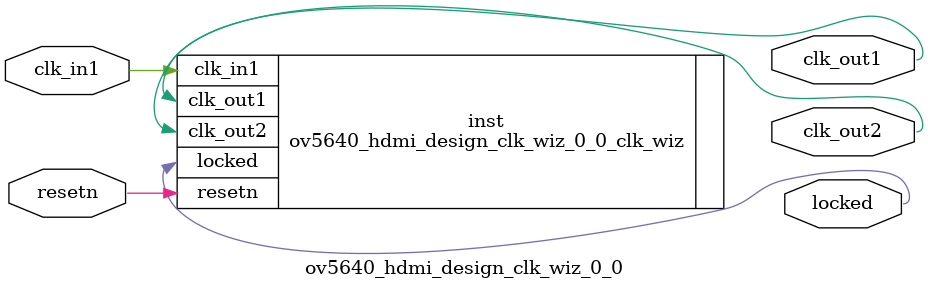
<source format=v>


`timescale 1ps/1ps

(* CORE_GENERATION_INFO = "ov5640_hdmi_design_clk_wiz_0_0,clk_wiz_v6_0_2_0_0,{component_name=ov5640_hdmi_design_clk_wiz_0_0,use_phase_alignment=true,use_min_o_jitter=false,use_max_i_jitter=false,use_dyn_phase_shift=false,use_inclk_switchover=false,use_dyn_reconfig=false,enable_axi=0,feedback_source=FDBK_AUTO,PRIMITIVE=MMCM,num_out_clk=2,clkin1_period=20.000,clkin2_period=10.0,use_power_down=false,use_reset=true,use_locked=true,use_inclk_stopped=false,feedback_type=SINGLE,CLOCK_MGR_TYPE=NA,manual_override=false}" *)

module ov5640_hdmi_design_clk_wiz_0_0 
 (
  // Clock out ports
  output        clk_out1,
  output        clk_out2,
  // Status and control signals
  input         resetn,
  output        locked,
 // Clock in ports
  input         clk_in1
 );

  ov5640_hdmi_design_clk_wiz_0_0_clk_wiz inst
  (
  // Clock out ports  
  .clk_out1(clk_out1),
  .clk_out2(clk_out2),
  // Status and control signals               
  .resetn(resetn), 
  .locked(locked),
 // Clock in ports
  .clk_in1(clk_in1)
  );

endmodule

</source>
